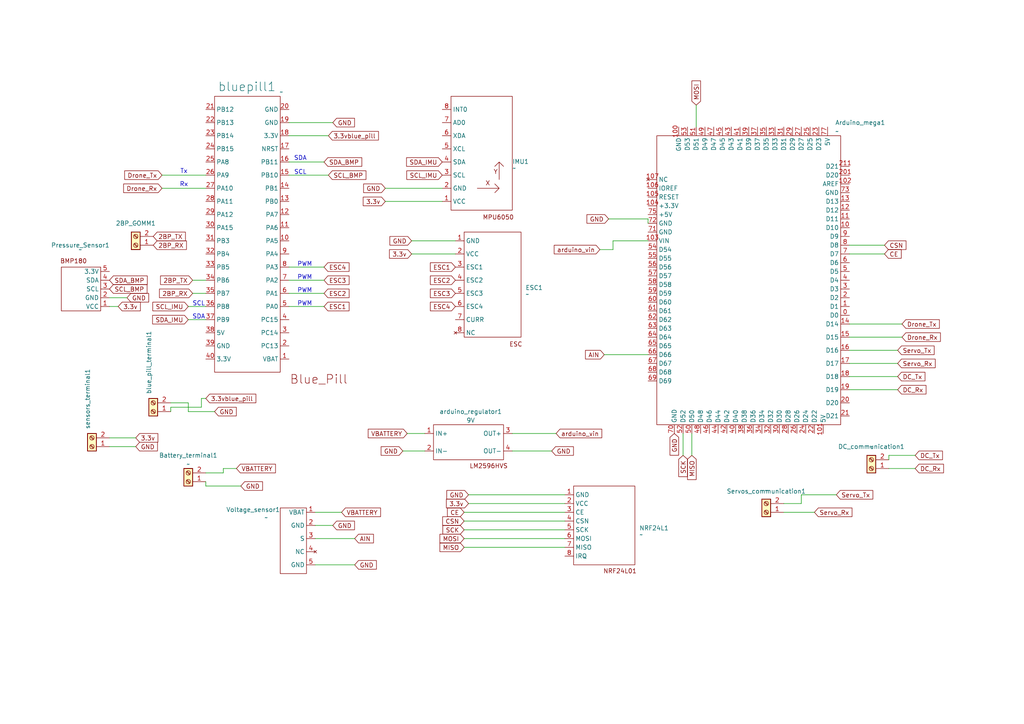
<source format=kicad_sch>
(kicad_sch (version 20231120) (generator "eeschema") (generator_version "8.0")
  (paper "A4")
  (lib_symbols
    (symbol "Blue_Pill_2"
      (property "Reference" "IC" (at -32.258 61.976 0))
      (symbol "Blue_Pill_2_0_1"
        (rectangle (start -6.35 53.34) (end 12.7 -26.67))
      )
      (symbol "Blue_Pill_2_1_1"
        (text "Blue_Pill\n" (at 23.876 -28.702 0) (effects (font (size 2.54 2.54))))
        (pin output line (at 15.24 -22.86 180) (length 2.54) (name "VBAT") (number "1"))
        (pin output line (at 15.24 11.43 180) (length 2.54) (name "PA5") (number "10"))
        (pin output line (at 15.24 15.24 180) (length 2.54) (name "PA6") (number "11"))
        (pin output line (at 15.24 19.05 180) (length 2.54) (name "PA7") (number "12"))
        (pin output line (at 15.24 22.86 180) (length 2.54) (name "PB0") (number "13"))
        (pin output line (at 15.24 26.67 180) (length 2.54) (name "PB1") (number "14"))
        (pin output line (at 15.24 30.48 180) (length 2.54) (name "PB10") (number "15"))
        (pin output line (at 15.24 34.29 180) (length 2.54) (name "PB11") (number "16"))
        (pin output line (at 15.24 38.1 180) (length 2.54) (name "NRST") (number "17"))
        (pin input line (at 15.24 41.91 180) (length 2.54) (name "3.3V") (number "18"))
        (pin input line (at 15.24 45.72 180) (length 2.54) (name "GND") (number "19"))
        (pin output line (at 15.24 -19.05 180) (length 2.54) (name "PC13") (number "2"))
        (pin input line (at 15.24 49.53 180) (length 2.54) (name "GND") (number "20"))
        (pin output line (at -8.89 49.53 0) (length 2.54) (name "PB12") (number "21"))
        (pin output line (at -8.89 45.72 0) (length 2.54) (name "PB13") (number "22"))
        (pin output line (at -8.89 41.91 0) (length 2.54) (name "PB14") (number "23"))
        (pin output line (at -8.89 38.1 0) (length 2.54) (name "PB15") (number "24"))
        (pin output line (at -8.89 34.29 0) (length 2.54) (name "PA8") (number "25"))
        (pin output line (at -8.89 30.48 0) (length 2.54) (name "PA9") (number "26"))
        (pin output line (at -8.89 26.67 0) (length 2.54) (name "PA10") (number "27"))
        (pin output line (at -8.89 22.86 0) (length 2.54) (name "PA11") (number "28"))
        (pin output line (at -8.89 19.05 0) (length 2.54) (name "PA12") (number "29"))
        (pin output line (at 15.24 -15.24 180) (length 2.54) (name "PC14") (number "3"))
        (pin output line (at -8.89 15.24 0) (length 2.54) (name "PA15") (number "30"))
        (pin output line (at -8.89 11.43 0) (length 2.54) (name "PB3") (number "31"))
        (pin output line (at -8.89 7.62 0) (length 2.54) (name "PB4") (number "32"))
        (pin output line (at -8.89 3.81 0) (length 2.54) (name "PB5") (number "33"))
        (pin output line (at -8.89 0 0) (length 2.54) (name "PB6") (number "34"))
        (pin output line (at -8.89 -3.81 0) (length 2.54) (name "PB7") (number "35"))
        (pin output line (at -8.89 -7.62 0) (length 2.54) (name "PB8") (number "36"))
        (pin output line (at -8.89 -11.43 0) (length 2.54) (name "PB9") (number "37"))
        (pin input line (at -8.89 -15.24 0) (length 2.54) (name "5V") (number "38"))
        (pin input line (at -8.89 -19.05 0) (length 2.54) (name "GND") (number "39"))
        (pin output line (at 15.24 -11.43 180) (length 2.54) (name "PC15") (number "4"))
        (pin input line (at -8.89 -22.86 0) (length 2.54) (name "3.3V") (number "40"))
        (pin output line (at 15.24 -7.62 180) (length 2.54) (name "PA0") (number "5"))
        (pin output line (at 15.24 -3.81 180) (length 2.54) (name "PA1") (number "6"))
        (pin output line (at 15.24 0 180) (length 2.54) (name "PA2") (number "7"))
        (pin output line (at 15.24 3.81 180) (length 2.54) (name "PA3") (number "8"))
        (pin output line (at 15.24 7.62 180) (length 2.54) (name "PA4") (number "9"))
      )
    )
    (symbol "Connector:Screw_Terminal_01x02" (pin_names (offset 1.016) hide)
      (property "Reference" "J" (at 0 2.54 0))
      (property "Value" "Screw_Terminal_01x02" (at 0 -5.08 0))
      (symbol "Screw_Terminal_01x02_1_1"
        (rectangle (start -1.27 1.27) (end 1.27 -3.81) (stroke (width 0.254)) (fill (type background)))
        (circle (center 0 -2.54) (radius 0.635) (stroke (width 0.1524)))
        (polyline (pts (xy -0.5334 -2.2098) (xy 0.3302 -3.048)) (stroke (width 0.1524)))
        (polyline (pts (xy -0.5334 0.3302) (xy 0.3302 -0.508)) (stroke (width 0.1524)))
        (polyline (pts (xy -0.3556 -2.032) (xy 0.508 -2.8702)) (stroke (width 0.1524)))
        (polyline (pts (xy -0.3556 0.508) (xy 0.508 -0.3302)) (stroke (width 0.1524)))
        (circle (center 0 0) (radius 0.635) (stroke (width 0.1524)))
        (pin passive line (at -5.08 0 0) (length 3.81) (name "Pin_1") (number "1"))
        (pin passive line (at -5.08 -2.54 0) (length 3.81) (name "Pin_2") (number "2"))
      )
    )
    (symbol "M4_library:Arduino_Mega"
      (property "Reference" "Arduino_mega1" (at 42.8341 17.78 0))
      (property "Value" "~" (at 42.8341 15.24 0))
      (symbol "Arduino_Mega_0_1"
        (rectangle (start -8.89 13.97) (end 44.45 -69.85))
      )
      (symbol "Arduino_Mega_1_1"
        (pin input line (at 46.99 -38.1 180) (length 2.54) (name "D0") (number "0"))
        (pin input line (at 46.99 -35.56 180) (length 2.54) (name "D1") (number "1"))
        (pin input line (at 46.99 -12.7 180) (length 2.54) (name "D10") (number "10"))
        (pin input line (at -2.54 16.51 270) (length 2.54) (name "GND") (number "100"))
        (pin input line (at 39.37 -72.39 90) (length 2.54) (name "5V") (number "101"))
        (pin input line (at 46.99 0 180) (length 2.54) (name "AREF") (number "102"))
        (pin input line (at -11.43 -16.51 0) (length 2.54) (name "VIN") (number "103"))
        (pin input line (at -11.43 -6.35 0) (length 2.54) (name "+3.3V") (number "104"))
        (pin input line (at -11.43 -3.81 0) (length 2.54) (name "RESET") (number "105"))
        (pin input line (at -11.43 -1.27 0) (length 2.54) (name "IOREF") (number "106"))
        (pin no_connect line (at -11.43 1.27 0) (length 2.54) (name "NC") (number "107"))
        (pin input line (at 46.99 -10.16 180) (length 2.54) (name "D11") (number "11"))
        (pin input line (at 46.99 -7.62 180) (length 2.54) (name "D12") (number "12"))
        (pin input line (at 46.99 -5.08 180) (length 2.54) (name "D13") (number "13"))
        (pin input line (at 46.99 -40.64 180) (length 2.54) (name "D14") (number "14"))
        (pin input line (at 46.99 -44.45 180) (length 2.54) (name "D15") (number "15"))
        (pin input line (at 46.99 -48.26 180) (length 2.54) (name "D16") (number "16"))
        (pin input line (at 46.99 -52.07 180) (length 2.54) (name "D17") (number "17"))
        (pin input line (at 46.99 -55.88 180) (length 2.54) (name "D18") (number "18"))
        (pin input line (at 46.99 -59.69 180) (length 2.54) (name "D19") (number "19"))
        (pin input line (at 46.99 -33.02 180) (length 2.54) (name "D2") (number "2"))
        (pin input line (at 46.99 -63.5 180) (length 2.54) (name "D20") (number "20"))
        (pin input line (at 46.99 2.54 180) (length 2.54) (name "D20") (number "201"))
        (pin input line (at 46.99 -67.31 180) (length 2.54) (name "D21") (number "21"))
        (pin input line (at 46.99 5.08 180) (length 2.54) (name "D21") (number "211"))
        (pin input line (at 36.83 -72.39 90) (length 2.54) (name "D22") (number "22"))
        (pin input line (at 38.1 16.51 270) (length 2.54) (name "D23") (number "23"))
        (pin input line (at 34.29 -72.39 90) (length 2.54) (name "D24") (number "24"))
        (pin input line (at 35.56 16.51 270) (length 2.54) (name "D25") (number "25"))
        (pin input line (at 31.75 -72.39 90) (length 2.54) (name "D26") (number "26"))
        (pin input line (at 33.02 16.51 270) (length 2.54) (name "D27") (number "27"))
        (pin input line (at 29.21 -72.39 90) (length 2.54) (name "D28") (number "28"))
        (pin input line (at 30.48 16.51 270) (length 2.54) (name "D29") (number "29"))
        (pin input line (at 46.99 -30.48 180) (length 2.54) (name "D3") (number "3"))
        (pin input line (at 26.67 -72.39 90) (length 2.54) (name "D30") (number "30"))
        (pin input line (at 27.94 16.51 270) (length 2.54) (name "D31") (number "31"))
        (pin input line (at 24.13 -72.39 90) (length 2.54) (name "D32") (number "32"))
        (pin input line (at 25.4 16.51 270) (length 2.54) (name "D33") (number "33"))
        (pin input line (at 21.59 -72.39 90) (length 2.54) (name "D34") (number "34"))
        (pin input line (at 22.86 16.51 270) (length 2.54) (name "D35") (number "35"))
        (pin input line (at 19.05 -72.39 90) (length 2.54) (name "D36") (number "36"))
        (pin input line (at 20.32 16.51 270) (length 2.54) (name "D37") (number "37"))
        (pin input line (at 16.51 -72.39 90) (length 2.54) (name "D38") (number "38"))
        (pin input line (at 17.78 16.51 270) (length 2.54) (name "D39") (number "39"))
        (pin input line (at 46.99 -27.94 180) (length 2.54) (name "D4") (number "4"))
        (pin input line (at 13.97 -72.39 90) (length 2.54) (name "D40") (number "40"))
        (pin input line (at 15.24 16.51 270) (length 2.54) (name "D41") (number "41"))
        (pin input line (at 11.43 -72.39 90) (length 2.54) (name "D42") (number "42"))
        (pin input line (at 12.7 16.51 270) (length 2.54) (name "D43") (number "43"))
        (pin input line (at 8.89 -72.39 90) (length 2.54) (name "D44") (number "44"))
        (pin input line (at 10.16 16.51 270) (length 2.54) (name "D45") (number "45"))
        (pin input line (at 6.35 -72.39 90) (length 2.54) (name "D46") (number "46"))
        (pin input line (at 7.62 16.51 270) (length 2.54) (name "D47") (number "47"))
        (pin input line (at 3.81 -72.39 90) (length 2.54) (name "D48") (number "48"))
        (pin input line (at 5.08 16.51 270) (length 2.54) (name "D49") (number "49"))
        (pin input line (at 46.99 -25.4 180) (length 2.54) (name "D5") (number "5"))
        (pin input line (at 1.27 -72.39 90) (length 2.54) (name "D50") (number "50"))
        (pin input line (at 2.54 16.51 270) (length 2.54) (name "D51") (number "51"))
        (pin input line (at -1.27 -72.39 90) (length 2.54) (name "D52") (number "52"))
        (pin input line (at 0 16.51 270) (length 2.54) (name "D53") (number "53"))
        (pin input line (at -11.43 -19.05 0) (length 2.54) (name "D54") (number "54"))
        (pin input line (at -11.43 -21.59 0) (length 2.54) (name "D55") (number "55"))
        (pin input line (at -11.43 -24.13 0) (length 2.54) (name "D56") (number "56"))
        (pin input line (at -11.43 -26.67 0) (length 2.54) (name "D57") (number "57"))
        (pin input line (at -11.43 -29.21 0) (length 2.54) (name "D58") (number "58"))
        (pin input line (at -11.43 -31.75 0) (length 2.54) (name "D59") (number "59"))
        (pin input line (at 46.99 -22.86 180) (length 2.54) (name "D6") (number "6"))
        (pin input line (at -11.43 -34.29 0) (length 2.54) (name "D60") (number "60"))
        (pin input line (at -11.43 -36.83 0) (length 2.54) (name "D61") (number "61"))
        (pin input line (at -11.43 -39.37 0) (length 2.54) (name "D62") (number "62"))
        (pin input line (at -11.43 -41.91 0) (length 2.54) (name "D63") (number "63"))
        (pin input line (at -11.43 -44.45 0) (length 2.54) (name "D64") (number "64"))
        (pin input line (at -11.43 -46.99 0) (length 2.54) (name "D65") (number "65"))
        (pin input line (at -11.43 -49.53 0) (length 2.54) (name "D66") (number "66"))
        (pin input line (at -11.43 -52.07 0) (length 2.54) (name "D67") (number "67"))
        (pin input line (at -11.43 -54.61 0) (length 2.54) (name "D68") (number "68"))
        (pin input line (at -11.43 -57.15 0) (length 2.54) (name "D69") (number "69"))
        (pin input line (at 46.99 -20.32 180) (length 2.54) (name "D7") (number "7"))
        (pin input line (at -3.81 -72.39 90) (length 2.54) (name "GND") (number "70"))
        (pin input line (at -11.43 -13.97 0) (length 2.54) (name "GND") (number "71"))
        (pin input line (at -11.43 -11.43 0) (length 2.54) (name "GND") (number "72"))
        (pin input line (at 46.99 -2.54 180) (length 2.54) (name "GND") (number "73"))
        (pin input line (at -11.43 -8.89 0) (length 2.54) (name "+5V") (number "75"))
        (pin input line (at 40.64 16.51 270) (length 2.54) (name "5V") (number "77"))
        (pin input line (at 46.99 -17.78 180) (length 2.54) (name "D8") (number "8"))
        (pin input line (at 46.99 -15.24 180) (length 2.54) (name "D9") (number "9"))
      )
    )
    (symbol "M4_library:BM180"
      (property "Reference" "IC" (at -6.858 8.128 0))
      (symbol "BM180_0_1"
        (rectangle (start -6.35 6.35) (end 5.08 -6.35))
      )
      (symbol "BM180_1_1"
        (text "BMP180" (at 1.524 -8.128 0) (effects (font (size 1.27 1.27))))
        (pin input line (at -8.89 5.08 0) (length 2.54) (name "VCC") (number "1"))
        (pin input line (at -8.89 2.54 0) (length 2.54) (name "GND") (number "2"))
        (pin output line (at -8.89 0 0) (length 2.54) (name "SCL") (number "3"))
        (pin output line (at -8.89 -2.54 0) (length 2.54) (name "SDA") (number "4"))
        (pin output line (at -8.89 -5.08 0) (length 2.54) (name "3.3V") (number "5"))
      )
    )
    (symbol "M4_library:ESC"
      (property "Reference" "IC6" (at 8.89 -2.0347 0))
      (property "Value" "~" (at 8.89 -3.9398 0))
      (symbol "ESC_0_1"
        (rectangle (start -8.89 15.24) (end 7.62 -15.24))
      )
      (symbol "ESC_1_1"
        (text "ESC" (at 6.096 -17.272 0) (effects (font (size 1.27 1.27))))
        (pin input line (at -11.43 12.7 0) (length 2.54) (name "GND") (number "1"))
        (pin input line (at -11.43 8.89 0) (length 2.54) (name "VCC") (number "2"))
        (pin output line (at -11.43 5.08 0) (length 2.54) (name "ESC1") (number "3"))
        (pin output line (at -11.43 1.27 0) (length 2.54) (name "ESC2") (number "4"))
        (pin output line (at -11.43 -2.54 0) (length 2.54) (name "ESC3") (number "5"))
        (pin output line (at -11.43 -6.35 0) (length 2.54) (name "ESC4") (number "6"))
        (pin output line (at -11.43 -10.16 0) (length 2.54) (name "CURR") (number "7"))
        (pin no_connect line (at -11.43 -13.97 0) (length 2.54) (name "NC") (number "8"))
      )
    )
    (symbol "M4_library:LM2596HVS"
      (property "Reference" "VR" (at -9.652 7.366 0))
      (symbol "LM2596HVS_0_1"
        (rectangle (start -10.16 5.08) (end 10.16 -5.08))
      )
      (symbol "LM2596HVS_1_1"
        (text "LM2596HVS\n" (at 5.842 -6.858 0) (effects (font (size 1.27 1.27))))
        (pin input line (at -12.7 2.54 0) (length 2.54) (name "IN+") (number "1"))
        (pin input line (at -12.7 -2.54 0) (length 2.54) (name "IN-") (number "2"))
        (pin output line (at 12.7 2.54 180) (length 2.54) (name "OUT+") (number "3"))
        (pin output line (at 12.7 -2.54 180) (length 2.54) (name "OUT-") (number "4"))
      )
    )
    (symbol "M4_library:MPU6050"
      (property "Reference" "IC7" (at 10.16 -2.4157 0))
      (property "Value" "~" (at 10.16 -4.3208 0))
      (symbol "MPU6050_0_1"
        (rectangle (start -7.62 16.51) (end 10.16 -16.51))
        (polyline (pts (xy 0 -10.16) (xy 6.35 -10.16) (xy 5.08 -8.89) (xy 6.35 -10.16) (xy 5.08 -11.43)))
        (polyline (pts (xy 6.35 -7.62) (xy 6.35 -2.54) (xy 5.08 -3.81) (xy 6.35 -2.54) (xy 7.62 -3.81)))
      )
      (symbol "MPU6050_1_1"
        (text "MPU6050\n" (at 6.096 -18.542 0) (effects (font (size 1.27 1.27))))
        (text "X" (at 3.048 -8.636 0) (effects (font (size 1.27 1.27))))
        (text "Y" (at 5.334 -5.334 0) (effects (font (size 1.27 1.27))))
        (pin input line (at -10.16 -13.97 0) (length 2.54) (name "VCC") (number "1"))
        (pin input line (at -10.16 -10.16 0) (length 2.54) (name "GND") (number "2"))
        (pin output line (at -10.16 -6.35 0) (length 2.54) (name "SCL") (number "3"))
        (pin output line (at -10.16 -2.54 0) (length 2.54) (name "SDA") (number "4"))
        (pin output line (at -10.16 1.27 0) (length 2.54) (name "XCL") (number "5"))
        (pin output line (at -10.16 5.08 0) (length 2.54) (name "XDA") (number "6"))
        (pin output line (at -10.16 8.89 0) (length 2.54) (name "AD0") (number "7"))
        (pin output line (at -10.16 12.7 0) (length 2.54) (name "INT0") (number "8"))
      )
    )
    (symbol "M4_library:NRF24L01_"
      (property "Reference" "IC" (at -8.89 12.954 0))
      (symbol "NRF24L01__0_1"
        (rectangle (start -8.89 11.43) (end 8.89 -11.43))
      )
      (symbol "NRF24L01__1_1"
        (text "NRF24L01\n" (at 4.572 -13.208 0) (effects (font (size 1.27 1.27))))
        (pin input line (at -11.43 8.89 0) (length 2.54) (name "GND") (number "1"))
        (pin input line (at -11.43 6.35 0) (length 2.54) (name "VCC") (number "2"))
        (pin input line (at -11.43 3.81 0) (length 2.54) (name "CE") (number "3"))
        (pin input line (at -11.43 1.27 0) (length 2.54) (name "CSN") (number "4"))
        (pin input line (at -11.43 -1.27 0) (length 2.54) (name "SCK") (number "5"))
        (pin input line (at -11.43 -3.81 0) (length 2.54) (name "MOSI") (number "6"))
        (pin input line (at -11.43 -6.35 0) (length 2.54) (name "MISO") (number "7"))
        (pin input line (at -11.43 -8.89 0) (length 2.54) (name "IRQ") (number "8"))
      )
    )
    (symbol "M4_library:Voltage_sensor"
      (property "Reference" "IC1" (at -7.874 8.636 0))
      (property "Value" "~" (at -7.874 6.096 0))
      (symbol "Voltage_sensor_0_1"
        (rectangle (start -3.81 8.89) (end 3.81 -10.16))
      )
      (symbol "Voltage_sensor_1_1"
        (pin input line (at 6.35 7.62 180) (length 2.54) (name "VBAT") (number "1"))
        (pin input line (at 6.35 3.81 180) (length 2.54) (name "GND") (number "2"))
        (pin input line (at 6.35 0 180) (length 2.54) (name "S") (number "3"))
        (pin no_connect line (at 6.35 -3.81 180) (length 2.54) (name "NC") (number "4"))
        (pin input line (at 6.35 -7.62 180) (length 2.54) (name "GND") (number "5"))
      )
    )
  )
  (wire (pts (xy 31.75 86.36) (xy 36.83 86.36)))
  (wire (pts (xy 246.38 109.22) (xy 260.35 109.22)))
  (wire (pts (xy 201.93 30.48) (xy 201.93 36.83)))
  (wire (pts (xy 83.82 35.56) (xy 96.52 35.56)))
  (wire (pts (xy 257.81 135.89) (xy 265.43 135.89)))
  (wire (pts (xy 119.38 73.66) (xy 132.08 73.66)))
  (wire (pts (xy 111.76 58.42) (xy 128.27 58.42)))
  (wire (pts (xy 227.33 148.59) (xy 236.22 148.59)))
  (wire (pts (xy 246.38 97.79) (xy 261.62 97.79)))
  (wire (pts (xy 242.57 143.51) (xy 232.41 143.51)))
  (wire (pts (xy 34.29 88.9) (xy 31.75 88.9)))
  (wire (pts (xy 83.82 81.28) (xy 93.98 81.28)))
  (wire (pts (xy 119.38 69.85) (xy 132.08 69.85)))
  (wire (pts (xy 83.82 77.47) (xy 93.98 77.47)))
  (wire (pts (xy 91.44 156.21) (xy 102.87 156.21)))
  (wire (pts (xy 49.53 118.11) (xy 49.53 119.38)))
  (wire (pts (xy 135.89 143.51) (xy 163.83 143.51)))
  (wire (pts (xy 175.26 102.87) (xy 187.96 102.87)))
  (wire (pts (xy 135.89 146.05) (xy 163.83 146.05)))
  (wire (pts (xy 232.41 143.51) (xy 232.41 146.05)))
  (wire (pts (xy 118.11 125.73) (xy 123.19 125.73)))
  (wire (pts (xy 232.41 146.05) (xy 227.33 146.05)))
  (wire (pts (xy 246.38 105.41) (xy 260.35 105.41)))
  (wire (pts (xy 31.75 129.54) (xy 39.37 129.54)))
  (wire (pts (xy 116.84 130.81) (xy 123.19 130.81)))
  (wire (pts (xy 83.82 88.9) (xy 93.98 88.9)))
  (wire (pts (xy 187.96 69.85) (xy 177.8 69.85)))
  (wire (pts (xy 187.96 63.5) (xy 187.96 64.77)))
  (wire (pts (xy 54.61 88.9) (xy 59.69 88.9)))
  (wire (pts (xy 246.38 113.03) (xy 260.35 113.03)))
  (wire (pts (xy 148.59 125.73) (xy 161.29 125.73)))
  (wire (pts (xy 83.82 85.09) (xy 93.98 85.09)))
  (wire (pts (xy 91.44 152.4) (xy 96.52 152.4)))
  (wire (pts (xy 59.69 140.97) (xy 59.69 139.7)))
  (wire (pts (xy 54.61 92.71) (xy 59.69 92.71)))
  (wire (pts (xy 148.59 130.81) (xy 160.02 130.81)))
  (wire (pts (xy 134.62 158.75) (xy 163.83 158.75)))
  (wire (pts (xy 58.42 118.11) (xy 49.53 118.11)))
  (wire (pts (xy 134.62 148.59) (xy 163.83 148.59)))
  (wire (pts (xy 83.82 39.37) (xy 95.25 39.37)))
  (wire (pts (xy 246.38 71.12) (xy 256.54 71.12)))
  (wire (pts (xy 134.62 156.21) (xy 163.83 156.21)))
  (wire (pts (xy 58.42 115.57) (xy 58.42 118.11)))
  (wire (pts (xy 64.77 137.16) (xy 59.69 137.16)))
  (wire (pts (xy 31.75 127) (xy 39.37 127)))
  (wire (pts (xy 111.76 54.61) (xy 128.27 54.61)))
  (wire (pts (xy 257.81 132.08) (xy 257.81 133.35)))
  (wire (pts (xy 54.61 119.38) (xy 54.61 116.84)))
  (wire (pts (xy 62.23 119.38) (xy 54.61 119.38)))
  (wire (pts (xy 200.66 125.73) (xy 200.66 132.08)))
  (wire (pts (xy 55.88 81.28) (xy 59.69 81.28)))
  (wire (pts (xy 265.43 132.08) (xy 257.81 132.08)))
  (wire (pts (xy 55.88 85.09) (xy 59.69 85.09)))
  (wire (pts (xy 177.8 69.85) (xy 177.8 72.39)))
  (wire (pts (xy 59.69 115.57) (xy 58.42 115.57)))
  (wire (pts (xy 198.12 125.73) (xy 198.12 132.08)))
  (wire (pts (xy 246.38 101.6) (xy 260.35 101.6)))
  (wire (pts (xy 68.58 135.89) (xy 64.77 135.89)))
  (wire (pts (xy 246.38 73.66) (xy 256.54 73.66)))
  (wire (pts (xy 54.61 116.84) (xy 49.53 116.84)))
  (wire (pts (xy 177.8 72.39) (xy 173.99 72.39)))
  (wire (pts (xy 134.62 151.13) (xy 163.83 151.13)))
  (wire (pts (xy 246.38 93.98) (xy 261.62 93.98)))
  (wire (pts (xy 83.82 46.99) (xy 93.98 46.99)))
  (wire (pts (xy 91.44 148.59) (xy 99.06 148.59)))
  (wire (pts (xy 176.53 63.5) (xy 187.96 63.5)))
  (wire (pts (xy 64.77 135.89) (xy 64.77 137.16)))
  (wire (pts (xy 69.85 140.97) (xy 59.69 140.97)))
  (wire (pts (xy 83.82 50.8) (xy 95.25 50.8)))
  (wire (pts (xy 46.99 54.61) (xy 59.69 54.61)))
  (wire (pts (xy 46.99 50.8) (xy 59.69 50.8)))
  (wire (pts (xy 91.44 163.83) (xy 102.87 163.83)))
  (wire (pts (xy 134.62 153.67) (xy 163.83 153.67)))
  (text "Rx\n\n" (at 53.34 54.61 0) (effects (font (size 1.27 1.27))))
  (text "PWM\n" (at 88.392 76.708 0) (effects (font (size 1.27 1.27))))
  (text "PWM\n" (at 88.392 80.518 0) (effects (font (size 1.27 1.27))))
  (text "Tx\n\n" (at 53.34 50.8 0) (effects (font (size 1.27 1.27))))
  (text "SDA\n" (at 57.658 91.948 0) (effects (font (size 1.27 1.27))))
  (text "SCL\n" (at 87.122 50.038 0) (effects (font (size 1.27 1.27))))
  (text "SCL" (at 57.658 88.138 0) (effects (font (size 1.27 1.27))))
  (text "SDA\n" (at 87.122 45.974 0) (effects (font (size 1.27 1.27))))
  (text "PWM\n" (at 88.392 88.138 0) (effects (font (size 1.27 1.27))))
  (text "PWM\n" (at 88.392 84.328 0) (effects (font (size 1.27 1.27))))
  (global_label "VBATTERY" (shape input) (at 118.11 125.73 180) (property "Intersheetrefs" "${INTERSHEET_REFS}" (effects (hide yes))))
  (global_label "GND" (shape input) (at 96.52 35.56 0) (property "Intersheetrefs" "${INTERSHEET_REFS}" (effects (hide yes))))
  (global_label "ESC2" (shape input) (at 93.98 85.09 0) (property "Intersheetrefs" "${INTERSHEET_REFS}" (effects (hide yes))))
  (global_label "SDA_BMP" (shape input) (at 31.75 81.28 0) (property "Intersheetrefs" "${INTERSHEET_REFS}" (effects (hide yes))))
  (global_label "GND" (shape input) (at 160.02 130.81 0) (property "Intersheetrefs" "${INTERSHEET_REFS}" (effects (hide yes))))
  (global_label "2BP_TX" (shape input) (at 55.88 81.28 180) (property "Intersheetrefs" "${INTERSHEET_REFS}" (effects (hide yes))))
  (global_label "3.3v" (shape input) (at 111.76 58.42 180) (property "Intersheetrefs" "${INTERSHEET_REFS}" (effects (hide yes))))
  (global_label "ESC3" (shape input) (at 93.98 81.28 0) (property "Intersheetrefs" "${INTERSHEET_REFS}" (effects (hide yes))))
  (global_label "SCL_BMP" (shape input) (at 95.25 50.8 0) (property "Intersheetrefs" "${INTERSHEET_REFS}" (effects (hide yes))))
  (global_label "3.3v" (shape input) (at 34.29 88.9 0) (property "Intersheetrefs" "${INTERSHEET_REFS}" (effects (hide yes))))
  (global_label "Servo_Rx" (shape input) (at 236.22 148.59 0) (property "Intersheetrefs" "${INTERSHEET_REFS}" (effects (hide yes))))
  (global_label "MOSI" (shape input) (at 201.93 30.48 90) (property "Intersheetrefs" "${INTERSHEET_REFS}" (effects (hide yes))))
  (global_label "GND" (shape input) (at 96.52 152.4 0) (property "Intersheetrefs" "${INTERSHEET_REFS}" (effects (hide yes))))
  (global_label "3.3v" (shape input) (at 135.89 146.05 180) (property "Intersheetrefs" "${INTERSHEET_REFS}" (effects (hide yes))))
  (global_label "DC_Rx" (shape input) (at 265.43 135.89 0) (property "Intersheetrefs" "${INTERSHEET_REFS}" (effects (hide yes))))
  (global_label "VBATTERY" (shape input) (at 99.06 148.59 0) (property "Intersheetrefs" "${INTERSHEET_REFS}" (effects (hide yes))))
  (global_label "SCK" (shape input) (at 134.62 153.67 180) (property "Intersheetrefs" "${INTERSHEET_REFS}" (effects (hide yes))))
  (global_label "CSN" (shape input) (at 134.62 151.13 180) (property "Intersheetrefs" "${INTERSHEET_REFS}" (effects (hide yes))))
  (global_label "ESC1" (shape input) (at 93.98 88.9 0) (property "Intersheetrefs" "${INTERSHEET_REFS}" (effects (hide yes))))
  (global_label "Drone_Rx" (shape input) (at 46.99 54.61 180) (property "Intersheetrefs" "${INTERSHEET_REFS}" (effects (hide yes))))
  (global_label "CSN" (shape input) (at 256.54 71.12 0) (property "Intersheetrefs" "${INTERSHEET_REFS}" (effects (hide yes))))
  (global_label "SDA_BMP" (shape input) (at 93.98 46.99 0) (property "Intersheetrefs" "${INTERSHEET_REFS}" (effects (hide yes))))
  (global_label "GND" (shape input) (at 176.53 63.5 180) (property "Intersheetrefs" "${INTERSHEET_REFS}" (effects (hide yes))))
  (global_label "2BP_RX" (shape input) (at 55.88 85.09 180) (property "Intersheetrefs" "${INTERSHEET_REFS}" (effects (hide yes))))
  (global_label "SDA_IMU" (shape input) (at 128.27 46.99 180) (property "Intersheetrefs" "${INTERSHEET_REFS}" (effects (hide yes))))
  (global_label "ESC4" (shape input) (at 132.08 88.9 180) (property "Intersheetrefs" "${INTERSHEET_REFS}" (effects (hide yes))))
  (global_label "DC_Rx" (shape input) (at 260.35 113.03 0) (property "Intersheetrefs" "${INTERSHEET_REFS}" (effects (hide yes))))
  (global_label "arduino_vin" (shape input) (at 161.29 125.73 0) (property "Intersheetrefs" "${INTERSHEET_REFS}" (effects (hide yes))))
  (global_label "Drone_Rx" (shape input) (at 261.62 97.79 0) (property "Intersheetrefs" "${INTERSHEET_REFS}" (effects (hide yes))))
  (global_label "3.3vblue_pill" (shape input) (at 59.69 115.57 0) (property "Intersheetrefs" "${INTERSHEET_REFS}" (effects (hide yes))))
  (global_label "GND" (shape input) (at 116.84 130.81 180) (property "Intersheetrefs" "${INTERSHEET_REFS}" (effects (hide yes))))
  (global_label "VBATTERY" (shape input) (at 68.58 135.89 0) (property "Intersheetrefs" "${INTERSHEET_REFS}" (effects (hide yes))))
  (global_label "ESC4" (shape input) (at 93.98 77.47 0) (property "Intersheetrefs" "${INTERSHEET_REFS}" (effects (hide yes))))
  (global_label "GND" (shape input) (at 36.83 86.36 0) (property "Intersheetrefs" "${INTERSHEET_REFS}" (effects (hide yes))))
  (global_label "Drone_Tx" (shape input) (at 261.62 93.98 0) (property "Intersheetrefs" "${INTERSHEET_REFS}" (effects (hide yes))))
  (global_label "ESC3" (shape input) (at 132.08 85.09 180) (property "Intersheetrefs" "${INTERSHEET_REFS}" (effects (hide yes))))
  (global_label "GND" (shape input) (at 111.76 54.61 180) (property "Intersheetrefs" "${INTERSHEET_REFS}" (effects (hide yes))))
  (global_label "GND" (shape input) (at 102.87 163.83 0) (property "Intersheetrefs" "${INTERSHEET_REFS}" (effects (hide yes))))
  (global_label "GND" (shape input) (at 135.89 143.51 180) (property "Intersheetrefs" "${INTERSHEET_REFS}" (effects (hide yes))))
  (global_label "GND" (shape input) (at 119.38 69.85 180) (property "Intersheetrefs" "${INTERSHEET_REFS}" (effects (hide yes))))
  (global_label "MISO" (shape input) (at 134.62 158.75 180) (property "Intersheetrefs" "${INTERSHEET_REFS}" (effects (hide yes))))
  (global_label "AIN" (shape input) (at 102.87 156.21 0) (property "Intersheetrefs" "${INTERSHEET_REFS}" (effects (hide yes))))
  (global_label "ESC2" (shape input) (at 132.08 81.28 180) (property "Intersheetrefs" "${INTERSHEET_REFS}" (effects (hide yes))))
  (global_label "arduino_vin" (shape input) (at 173.99 72.39 180) (property "Intersheetrefs" "${INTERSHEET_REFS}" (effects (hide yes))))
  (global_label "MISO" (shape input) (at 200.66 132.08 270) (property "Intersheetrefs" "${INTERSHEET_REFS}" (effects (hide yes))))
  (global_label "GND" (shape input) (at 195.58 125.73 270) (property "Intersheetrefs" "${INTERSHEET_REFS}" (effects (hide yes))))
  (global_label "SCL_IMU" (shape input) (at 54.61 88.9 180) (property "Intersheetrefs" "${INTERSHEET_REFS}" (effects (hide yes))))
  (global_label "CE" (shape input) (at 134.62 148.59 180) (property "Intersheetrefs" "${INTERSHEET_REFS}" (effects (hide yes))))
  (global_label "SCL_IMU" (shape input) (at 128.27 50.8 180) (property "Intersheetrefs" "${INTERSHEET_REFS}" (effects (hide yes))))
  (global_label "SCL_BMP" (shape input) (at 31.75 83.82 0) (property "Intersheetrefs" "${INTERSHEET_REFS}" (effects (hide yes))))
  (global_label "Drone_Tx" (shape input) (at 46.99 50.8 180) (property "Intersheetrefs" "${INTERSHEET_REFS}" (effects (hide yes))))
  (global_label "ESC1" (shape input) (at 132.08 77.47 180) (property "Intersheetrefs" "${INTERSHEET_REFS}" (effects (hide yes))))
  (global_label "AIN" (shape input) (at 175.26 102.87 180) (property "Intersheetrefs" "${INTERSHEET_REFS}" (effects (hide yes))))
  (global_label "3.3vblue_pill" (shape input) (at 95.25 39.37 0) (property "Intersheetrefs" "${INTERSHEET_REFS}" (effects (hide yes))))
  (global_label "SCK" (shape input) (at 198.12 132.08 270) (property "Intersheetrefs" "${INTERSHEET_REFS}" (effects (hide yes))))
  (global_label "2BP_TX" (shape input) (at 44.45 68.58 0) (property "Intersheetrefs" "${INTERSHEET_REFS}" (effects (hide yes))))
  (global_label "Servo_Tx" (shape input) (at 242.57 143.51 0) (property "Intersheetrefs" "${INTERSHEET_REFS}" (effects (hide yes))))
  (global_label "GND" (shape input) (at 62.23 119.38 0) (property "Intersheetrefs" "${INTERSHEET_REFS}" (effects (hide yes))))
  (global_label "2BP_RX" (shape input) (at 44.45 71.12 0) (property "Intersheetrefs" "${INTERSHEET_REFS}" (effects (hide yes))))
  (global_label "GND" (shape input) (at 39.37 129.54 0) (property "Intersheetrefs" "${INTERSHEET_REFS}" (effects (hide yes))))
  (global_label "DC_Tx" (shape input) (at 260.35 109.22 0) (property "Intersheetrefs" "${INTERSHEET_REFS}" (effects (hide yes))))
  (global_label "Servo_Rx" (shape input) (at 260.35 105.41 0) (property "Intersheetrefs" "${INTERSHEET_REFS}" (effects (hide yes))))
  (global_label "SDA_IMU" (shape input) (at 54.61 92.71 180) (property "Intersheetrefs" "${INTERSHEET_REFS}" (effects (hide yes))))
  (global_label "3.3v" (shape input) (at 119.38 73.66 180) (property "Intersheetrefs" "${INTERSHEET_REFS}" (effects (hide yes))))
  (global_label "DC_Tx" (shape input) (at 265.43 132.08 0) (property "Intersheetrefs" "${INTERSHEET_REFS}" (effects (hide yes))))
  (global_label "Servo_Tx" (shape input) (at 260.35 101.6 0) (property "Intersheetrefs" "${INTERSHEET_REFS}" (effects (hide yes))))
  (global_label "3.3v" (shape input) (at 39.37 127 0) (property "Intersheetrefs" "${INTERSHEET_REFS}" (effects (hide yes))))
  (global_label "CE" (shape input) (at 256.54 73.66 0) (property "Intersheetrefs" "${INTERSHEET_REFS}" (effects (hide yes))))
  (global_label "GND" (shape input) (at 69.85 140.97 0) (property "Intersheetrefs" "${INTERSHEET_REFS}" (effects (hide yes))))
  (global_label "MOSI" (shape input) (at 134.62 156.21 180) (property "Intersheetrefs" "${INTERSHEET_REFS}" (effects (hide yes))))
  (symbol (lib_id "M4_library:Arduino_Mega") (at 199.39 53.34 0) (unit 1)
    (property "Reference" "Arduino_mega1" (at 242.2241 35.56 0) (effects (justify left)))
    (property "Value" "~" (at 242.2241 38.1 0) (effects (justify left)))
    (property "Footprint" "M4_PCB:mega_reverse" (effects (hide yes)))
  )
  (symbol (lib_id "M4_library:Voltage_sensor") (at 85.09 156.21 0) (unit 1)
    (property "Reference" "Voltage_sensor1" (at 73.406 147.828 0))
    (property "Value" "~" (at 77.216 150.114 0))
    (property "Footprint" "M4_PCB:Voltage_sensor" (effects (hide yes)))
  )
  (symbol (lib_id "M4_library:BM180") (at 22.86 83.82 180) (unit 1)
    (property "Reference" "Pressure_Sensor1" (at 23.3124 71.12 0))
    (property "Value" "~" (at 23.3124 72.39 0))
    (property "Footprint" "M4_PCB:BMP180" (effects (hide yes)))
  )
  (symbol (lib_id "Connector:Screw_Terminal_01x02") (at 222.25 148.59 180) (unit 1)
    (property "Reference" "Servos_communication1" (at 222.25 142.494 0))
    (property "Value" "~" (at 222.25 142.24 0))
    (property "Footprint" "TerminalBlock:TerminalBlock_Altech_AK300-2_P5.00mm" (effects (hide yes)))
    (property "Description" "Generic screw terminal, single row, 01x02, script generated (kicad-library-utils/schlib/autogen/connector/)" (effects (hide yes)))
  )
  (symbol (lib_id "Connector:Screw_Terminal_01x02") (at 44.45 119.38 180) (unit 1)
    (property "Reference" "blue_pill_terminal1" (at 43.1799 114.3 90) (effects (justify right)))
    (property "Value" "Screw_Terminal_01x02" (effects (hide yes)))
    (property "Footprint" "TerminalBlock:TerminalBlock_Altech_AK300-2_P5.00mm" (effects (hide yes)))
    (property "Description" "Generic screw terminal, single row, 01x02, script generated (kicad-library-utils/schlib/autogen/connector/)" (effects (hide yes)))
  )
  (symbol (lib_id "M4_library:NRF24L01_") (at 175.26 152.4 0) (unit 1)
    (property "Reference" "NRF24L1" (at 185.42 153.1647 0) (effects (justify left)))
    (property "Value" "~" (at 185.42 155.0698 0) (effects (justify left)))
    (property "Footprint" "M4_PCB:NRF24L1" (effects (hide yes)))
  )
  (symbol (lib_id "Connector:Screw_Terminal_01x02") (at 252.73 135.89 180) (unit 1)
    (property "Reference" "DC_communication1" (at 252.73 129.54 0))
    (property "Value" "~" (at 252.73 129.54 0))
    (property "Footprint" "TerminalBlock:TerminalBlock_Altech_AK300-2_P5.00mm" (effects (hide yes)))
    (property "Description" "Generic screw terminal, single row, 01x02, script generated (kicad-library-utils/schlib/autogen/connector/)" (effects (hide yes)))
  )
  (symbol (lib_id "Connector:Screw_Terminal_01x02") (at 26.67 129.54 180) (unit 1)
    (property "Reference" "sensors_terminal1" (at 25.3999 124.46 90) (effects (justify right)))
    (property "Value" "Screw_Terminal_01x02" (effects (hide yes)))
    (property "Footprint" "TerminalBlock:TerminalBlock_Altech_AK300-2_P5.00mm" (effects (hide yes)))
    (property "Description" "Generic screw terminal, single row, 01x02, script generated (kicad-library-utils/schlib/autogen/connector/)" (effects (hide yes)))
  )
  (symbol (lib_name "Blue_Pill_2") (lib_id "M4_library:Blue_Pill") (at 68.58 81.28 0) (unit 1)
    (property "Reference" "bluepill1" (at 71.628 25.146 0) (effects (font (size 2.54 2.54))))
    (property "Value" "~" (at 81.627 26.67 0))
    (property "Footprint" "M4_PCB:blue_pill" (effects (hide yes)))
  )
  (symbol (lib_id "M4_library:MPU6050") (at 138.43 44.45 0) (unit 1)
    (property "Reference" "IMU1" (at 148.59 46.8657 0) (effects (justify left)))
    (property "Value" "~" (at 148.59 48.7708 0) (effects (justify left)))
    (property "Footprint" "M4_PCB:MPU6050" (effects (hide yes)))
  )
  (symbol (lib_id "Connector:Screw_Terminal_01x02") (at 54.61 139.7 180) (unit 1)
    (property "Reference" "Battery_terminal1" (at 54.61 132.08 0))
    (property "Value" "~" (at 54.61 134.62 0))
    (property "Footprint" "M4_PCB:battery" (effects (hide yes)))
    (property "Description" "Generic screw terminal, single row, 01x02, script generated (kicad-library-utils/schlib/autogen/connector/)" (effects (hide yes)))
  )
  (symbol (lib_id "M4_library:LM2596HVS") (at 135.89 128.27 0) (unit 1)
    (property "Reference" "arduino_regulator1" (at 136.5231 119.38 0))
    (property "Value" "9V" (at 136.5231 121.92 0))
    (property "Footprint" "M4_PCB:LM2596HVS" (effects (hide yes)))
  )
  (symbol (lib_id "Connector:Screw_Terminal_01x02") (at 39.37 71.12 180) (unit 1)
    (property "Reference" "2BP_COMM1" (at 39.37 64.77 0))
    (property "Value" "~" (at 39.37 64.77 0))
    (property "Footprint" "TerminalBlock:TerminalBlock_Altech_AK300-2_P5.00mm" (effects (hide yes)))
    (property "Description" "Generic screw terminal, single row, 01x02, script generated (kicad-library-utils/schlib/autogen/connector/)" (effects (hide yes)))
  )
  (symbol (lib_id "M4_library:ESC") (at 143.51 82.55 0) (unit 1)
    (property "Reference" "ESC1" (at 152.4 83.4417 0) (effects (justify left)))
    (property "Value" "~" (at 152.4 85.3468 0) (effects (justify left)))
    (property "Footprint" "TerminalBlock:TerminalBlock_bornier-8_P5.08mm" (effects (hide yes)))
  )
)
</source>
